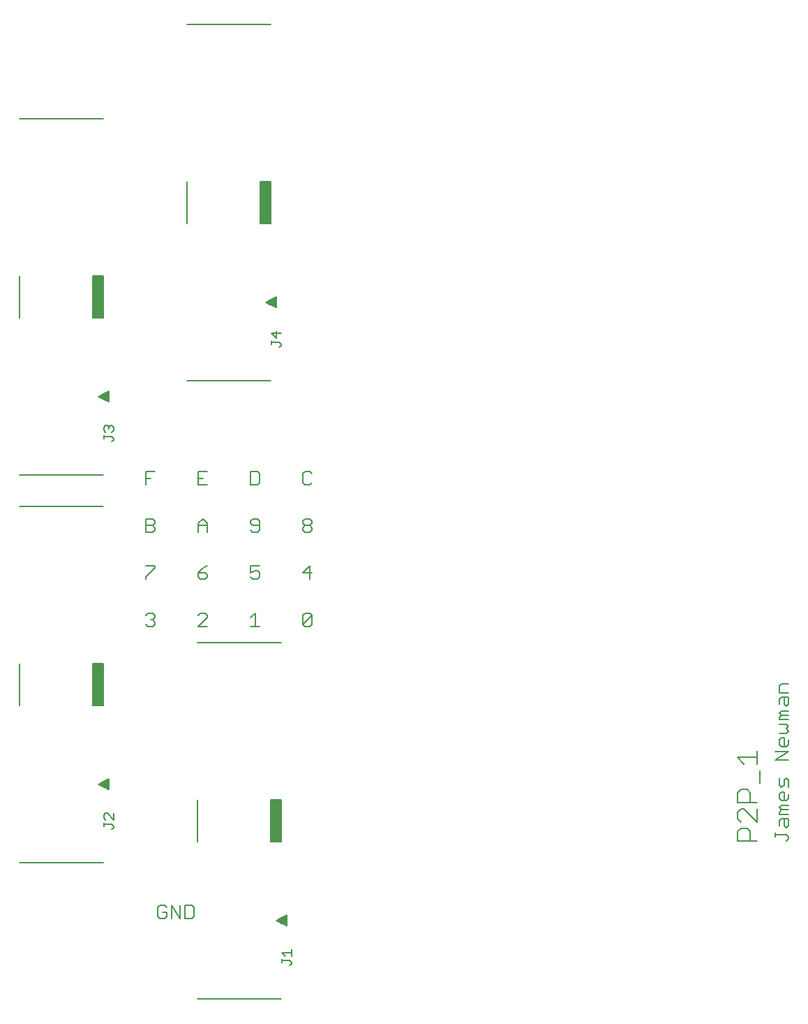
<source format=gto>
G04 Output by ViewMate Deluxe V11.0.9  PentaLogix LLC*
G04 Mon Nov 10 18:18:38 2014*
%FSLAX33Y33*%
%MOMM*%
%IPPOS*%
%ADD100C,0.127*%
%ADD107C,0.1524*%
%ADD108C,0.2032*%
%ADD109C,0.127*%

%LPD*%
X0Y0D2*D100*G1X34298Y11999D2*X34493Y12195D1*X34493Y12390*X34298Y12583*X33325Y12390D2*X33325Y12779D1*X34298Y12583D2*X33325Y12583D1*X34493Y13170D2*X34493Y13950D1*X34493Y13559D2*X33325Y13559D1*X33713Y13170*X12708Y28509D2*X12903Y28705D1*X12903Y28900*X12708Y29093*X11735Y29093*X11735Y29289D2*X11735Y28900D1*X11928Y29680D2*X11735Y29873D1*X11735Y30264*X11928Y30460*X12123Y30460*X12903Y29680*X12903Y30460*X12708Y75499D2*X12903Y75695D1*X12903Y75890*X12708Y76083*X11735Y76083*X11735Y76279D2*X11735Y75890D1*X11928Y76670D2*X11735Y76863D1*X11735Y77254*X11928Y77450*X12123Y77450*X12319Y77254*X12903Y77254D2*X12708Y77450D1*X12515Y77450*X12319Y77254*X12319Y77059*X12708Y76670D2*X12903Y76863D1*X12903Y77254*X33028Y86929D2*X33223Y87125D1*X33223Y87320*X33028Y87513*X32055Y87320D2*X32055Y87709D1*X33028Y87513D2*X32055Y87513D1*X33223Y88684D2*X32055Y88684D1*X32639Y88100*X32639Y88880*D107*X36703Y70244D2*X36975Y70515D1*X93165Y36886D2*X94793Y36886D1*X94793Y46157D2*X93980Y46157D1*X93708Y45885*X94521Y27064D2*X94793Y27335D1*X94793Y27607*X94521Y27876*X93165Y27876*X93165Y28148D2*X93165Y27607D1*X93708Y28971D2*X93708Y29515D1*X93980Y29787*X94793Y29787*X94249Y29787D2*X94249Y28971D1*X94521Y28702*X94793Y28971*X94793Y29787*X94793Y30338D2*X93708Y30338D1*X93708Y30610*X93980Y30881*X93980Y31422D2*X93708Y31151D1*X93980Y30881*X94793Y30881*X93980Y31422D2*X94793Y31422D1*X93980Y31976D2*X94521Y31976D1*X94793Y32245*X94793Y32789*X94249Y33061D2*X93980Y33061D1*X93708Y32789*X93708Y32245*X93980Y31976*X94249Y33061D2*X94249Y31976D1*X94793Y33612D2*X94793Y34425D1*X94521Y34696*X93708Y34696D2*X93708Y33884D1*X93980Y33612*X94249Y33884*X94249Y34425*X94521Y34696*X93980Y39609D2*X94249Y39609D1*X93165Y37970D2*X94793Y37970D1*X93165Y36886*X94249Y39609D2*X94249Y38524D1*X94793Y39337D2*X94793Y38796D1*X94521Y38524*X93980Y38524*X93708Y38796*X93708Y39337*X93980Y39609*X93708Y40160D2*X94521Y40160D1*X94793Y40432*X94521Y40704*X94793Y40975*X94521Y41245*X93708Y41245*X93980Y42883D2*X94793Y42883D1*X93980Y42339D2*X93708Y42070D1*X93708Y41798*X94793Y41798*X94793Y42339D2*X93980Y42339D1*X93708Y42611*X93980Y42883*X93708Y43706D2*X93708Y44249D1*X93980Y44521*X94793Y44521*X94249Y44521D2*X94249Y43706D1*X94521Y43434*X94793Y43706*X94793Y44521*X94793Y45072D2*X93708Y45072D1*X93708Y45885*X36975Y54455D2*X36703Y54727D1*X35890Y53370D2*X36162Y53099D1*X36703Y53099*X36975Y53370*X36975Y54455*X35890Y53370*X35890Y54455*X36162Y54727*X36703Y54727*X36703Y58814D2*X36703Y60442D1*X36975Y59626D2*X35890Y59626D1*X36703Y60442*X36703Y65342D2*X36975Y65072D1*X36975Y64800*X36703Y64529*X36162Y64529*X35890Y64800*X35890Y65072*X36162Y65342*X36162Y66157D2*X35890Y65885D1*X35890Y65613*X36162Y65342*X36703Y65342*X36975Y65613*X36975Y65885*X36703Y66157*X36162Y66157*X35890Y70515D2*X35890Y71600D1*X36162Y71872*X36703Y71872*X36975Y71600*X36703Y70244D2*X36162Y70244D1*X35890Y70515*X30353Y70244D2*X30625Y70515D1*X30625Y71600*X30353Y71872*X29540Y71872*X29540Y70244*X30353Y70244*X30353Y64529D2*X30625Y64800D1*X29812Y65342D2*X29540Y65613D1*X29540Y65885*X29812Y66157*X30353Y66157*X30625Y65885*X30625Y64800*X29812Y65342D2*X30625Y65342D1*X29540Y64800D2*X29812Y64529D1*X30353Y64529*X30625Y60442D2*X29540Y60442D1*X29540Y59626*X30084Y59898*X30353Y59898*X30625Y59626*X30625Y59085*X30353Y58814*X29812Y58814*X29540Y59085*X29540Y54183D2*X30084Y54727D1*X30084Y53099*X29540Y53099D2*X30625Y53099D1*X24275Y53099D2*X23190Y53099D1*X24275Y54183*X24275Y54455*X24003Y54727*X23462Y54727*X23190Y54455*X23190Y59626D2*X23190Y59085D1*X23462Y58814*X24003Y58814*X24275Y59085*X24275Y59357*X24003Y59626*X23190Y59626*X23734Y60170*X24275Y60442*X23190Y64529D2*X23190Y65613D1*X23734Y66157*X24275Y65342D2*X23190Y65342D1*X24275Y64529D2*X24275Y65613D1*X23734Y66157*X23190Y70244D2*X23190Y71872D1*X24275Y71872*X23190Y70244D2*X24275Y70244D1*X23190Y71056D2*X23734Y71056D1*X17384Y71056D2*X16840Y71056D1*X17925Y71872D2*X16840Y71872D1*X16840Y70244*X17653Y65342D2*X17925Y65613D1*X17925Y65885*X17653Y66157*X16840Y66157*X16840Y64529*X16840Y65342D2*X17653Y65342D1*X17925Y65072*X17925Y64800*X17653Y64529*X16840Y64529*X16840Y60442D2*X17925Y60442D1*X17925Y60170*X16840Y59085*X16840Y58814*X16840Y54455D2*X17112Y54727D1*X17653Y54727*X17925Y54455*X17925Y54183*X17653Y53912*X17653Y53099D2*X17925Y53370D1*X17925Y53642*X17653Y53912*X17384Y53912*X16840Y53370D2*X17112Y53099D1*X17653Y53099*X19916Y19294D2*X19916Y17666D1*X21552Y19294D2*X22367Y19294D1*X22636Y19022*X22636Y17937*X22367Y17666*X21552Y17666*X21552Y19294*X21001Y19294D2*X21001Y17666D1*X19916Y19294*X19362Y19022D2*X19093Y19294D1*X18550Y19294*X18278Y19022*X18278Y17937*X18821Y18478D2*X19362Y18478D1*X19362Y17937*X19093Y17666*X18550Y17666*X18278Y17937*D108*X91346Y35664D2*X91346Y34105D1*X90957Y30988D2*X90957Y29428D1*X89398Y30988*X89009Y28649D2*X88618Y28258D1*X88618Y27089*X90957Y27089*X90178Y27089D2*X90178Y28258D1*X89789Y28649*X89009Y28649*X89009Y29428D2*X88618Y29817D1*X88618Y30597*X89009Y30988*X89398Y30988*X90178Y32936D2*X89789Y33325D1*X89009Y33325*X88618Y32936*X88618Y31768*X90957Y31768*X90178Y32936D2*X90178Y31768D1*X89398Y36444D2*X88618Y37224D1*X90957Y37224*X90957Y38003D2*X90957Y36444D1*D109*X1524Y95568D2*X1524Y90488D1*X32004Y126048D2*X29464Y126048D1*X24384Y126048*X21844Y126048*X23114Y26988D2*X23114Y32068D1*X23114Y7938D2*X25654Y7938D1*X30734Y7938*X33274Y7938*X33909Y16894D2*X33779Y16894D1*X33533Y17015D2*X33909Y17015D1*X33909Y17140D2*X33287Y17140D1*X33040Y17262D2*X33909Y17262D1*X33909Y17386D2*X32794Y17386D1*X32730Y17508D2*X33909Y17508D1*X33909Y17633D2*X32977Y17633D1*X33223Y17755D2*X33909Y17755D1*X33909Y17879D2*X33470Y17879D1*X33909Y18001D2*X33716Y18001D1*X33909Y18098D2*X33909Y16828D1*X32639Y17462*X33909Y18098*X32004Y26995D2*X33274Y26995D1*X33274Y27117D2*X32004Y27117D1*X32004Y27242D2*X33274Y27242D1*X33274Y27363D2*X32004Y27363D1*X32004Y27488D2*X33274Y27488D1*X33274Y27610D2*X32004Y27610D1*X32004Y27734D2*X33274Y27734D1*X33274Y27856D2*X32004Y27856D1*X32004Y27981D2*X33274Y27981D1*X33274Y28103D2*X32004Y28103D1*X32004Y28227D2*X33274Y28227D1*X33274Y28349D2*X32004Y28349D1*X32004Y28473D2*X33274Y28473D1*X33274Y28595D2*X32004Y28595D1*X32004Y28720D2*X33274Y28720D1*X33274Y28842D2*X32004Y28842D1*X32004Y28966D2*X33274Y28966D1*X33274Y29088D2*X32004Y29088D1*X32004Y29213D2*X33274Y29213D1*X33274Y29334D2*X32004Y29334D1*X32004Y29459D2*X33274Y29459D1*X33274Y29581D2*X32004Y29581D1*X32004Y29705D2*X33274Y29705D1*X33274Y29827D2*X32004Y29827D1*X32004Y29952D2*X33274Y29952D1*X33274Y30074D2*X32004Y30074D1*X32004Y30198D2*X33274Y30198D1*X33274Y30320D2*X32004Y30320D1*X32004Y30444D2*X33274Y30444D1*X33274Y30566D2*X32004Y30566D1*X32004Y30691D2*X33274Y30691D1*X33274Y30813D2*X32004Y30813D1*X32004Y30937D2*X33274Y30937D1*X33274Y31059D2*X32004Y31059D1*X32004Y31184D2*X33274Y31184D1*X33274Y31306D2*X32004Y31306D1*X32004Y31430D2*X33274Y31430D1*X33274Y31552D2*X32004Y31552D1*X32004Y31676D2*X33274Y31676D1*X33274Y31798D2*X32004Y31798D1*X32004Y31923D2*X33274Y31923D1*X33274Y32045D2*X32004Y32045D1*X33274Y32068D2*X33274Y26988D1*X32004Y26988*X32004Y32068*X33274Y32068*X33274Y51118D2*X30734Y51118D1*X25654Y51118*X23114Y51118*X21844Y82868D2*X24384Y82868D1*X29464Y82868*X32004Y82868*X32570Y91793D2*X32639Y91793D1*X32639Y91915D2*X32324Y91915D1*X32078Y92039D2*X32639Y92039D1*X32639Y92161D2*X31831Y92161D1*X31585Y92286D2*X32639Y92286D1*X32639Y92408D2*X31399Y92408D1*X31646Y92532D2*X32639Y92532D1*X32639Y92654D2*X31892Y92654D1*X32139Y92779D2*X32639Y92779D1*X32639Y92900D2*X32385Y92900D1*X32639Y93025D2*X32631Y93025D1*X32639Y93028D2*X32639Y91758D1*X31369Y92392*X32639Y93028*X30734Y106944D2*X32004Y106944D1*X32004Y106822D2*X30734Y106822D1*X30734Y106698D2*X32004Y106698D1*X32004Y106576D2*X30734Y106576D1*X30734Y106451D2*X32004Y106451D1*X32004Y106329D2*X30734Y106329D1*X30734Y106205D2*X32004Y106205D1*X32004Y106083D2*X30734Y106083D1*X30734Y105959D2*X32004Y105959D1*X32004Y105837D2*X30734Y105837D1*X30734Y105712D2*X32004Y105712D1*X32004Y105590D2*X30734Y105590D1*X30734Y105466D2*X32004Y105466D1*X32004Y105344D2*X30734Y105344D1*X30734Y105220D2*X32004Y105220D1*X32004Y105098D2*X30734Y105098D1*X30734Y104973D2*X32004Y104973D1*X32004Y104851D2*X30734Y104851D1*X30734Y104727D2*X32004Y104727D1*X32004Y104605D2*X30734Y104605D1*X30734Y104480D2*X32004Y104480D1*X32004Y104358D2*X30734Y104358D1*X30734Y104234D2*X32004Y104234D1*X32004Y104112D2*X30734Y104112D1*X30734Y103988D2*X32004Y103988D1*X32004Y103866D2*X30734Y103866D1*X30734Y103741D2*X32004Y103741D1*X32004Y103619D2*X30734Y103619D1*X30734Y103495D2*X32004Y103495D1*X32004Y103373D2*X30734Y103373D1*X30734Y103248D2*X32004Y103248D1*X32004Y103127D2*X30734Y103127D1*X30734Y103002D2*X32004Y103002D1*X32004Y102880D2*X30734Y102880D1*X30734Y102756D2*X32004Y102756D1*X32004Y102634D2*X30734Y102634D1*X30734Y102509D2*X32004Y102509D1*X32004Y102387D2*X30734Y102387D1*X30734Y102263D2*X32004Y102263D1*X32004Y102141D2*X30734Y102141D1*X30734Y102017D2*X32004Y102017D1*X30734Y101918D2*X32004Y101918D1*X32004Y106998*X30734Y106998*X30734Y101918*X21844Y106998D2*X21844Y101918D1*X11684Y114618D2*X9144Y114618D1*X4064Y114618*X1524Y114618*X11684Y95489D2*X10414Y95489D1*X10414Y95364D2*X11684Y95364D1*X11684Y95242D2*X10414Y95242D1*X10414Y95118D2*X11684Y95118D1*X11684Y94996D2*X10414Y94996D1*X10414Y94872D2*X11684Y94872D1*X11684Y94750D2*X10414Y94750D1*X10414Y94625D2*X11684Y94625D1*X11684Y94503D2*X10414Y94503D1*X10414Y94379D2*X11684Y94379D1*X11684Y94257D2*X10414Y94257D1*X10414Y94132D2*X11684Y94132D1*X11684Y94010D2*X10414Y94010D1*X10414Y93886D2*X11684Y93886D1*X11684Y93764D2*X10414Y93764D1*X10414Y93640D2*X11684Y93640D1*X11684Y93518D2*X10414Y93518D1*X10414Y93393D2*X11684Y93393D1*X11684Y93271D2*X10414Y93271D1*X10414Y93147D2*X11684Y93147D1*X11684Y93025D2*X10414Y93025D1*X10414Y92900D2*X11684Y92900D1*X11684Y92779D2*X10414Y92779D1*X10414Y92654D2*X11684Y92654D1*X11684Y92532D2*X10414Y92532D1*X10414Y92408D2*X11684Y92408D1*X11684Y92286D2*X10414Y92286D1*X10414Y92161D2*X11684Y92161D1*X11684Y92039D2*X10414Y92039D1*X10414Y91915D2*X11684Y91915D1*X11684Y91793D2*X10414Y91793D1*X10414Y91669D2*X11684Y91669D1*X11684Y91547D2*X10414Y91547D1*X10414Y91422D2*X11684Y91422D1*X11684Y91300D2*X10414Y91300D1*X10414Y91176D2*X11684Y91176D1*X11684Y91054D2*X10414Y91054D1*X10414Y90929D2*X11684Y90929D1*X11684Y90808D2*X10414Y90808D1*X10414Y90683D2*X11684Y90683D1*X11684Y90561D2*X10414Y90561D1*X11684Y90488D2*X11684Y95568D1*X10414Y95568*X10414Y90488*X11684Y90488*X12258Y81567D2*X12319Y81567D1*X12319Y81445D2*X12012Y81445D1*X11765Y81321D2*X12319Y81321D1*X12319Y81199D2*X11519Y81199D1*X12304Y80335D2*X12319Y80335D1*X12319Y80460D2*X12057Y80460D1*X11811Y80582D2*X12319Y80582D1*X12319Y80706D2*X11565Y80706D1*X11318Y80828D2*X12319Y80828D1*X12319Y81074D2*X11273Y81074D1*X11072Y80952D2*X12319Y80952D1*X11049Y80962D2*X12319Y80328D1*X12319Y81598*X11049Y80962*X1524Y71438D2*X4064Y71438D1*X9144Y71438*X11684Y71438*X11684Y67628D2*X9144Y67628D1*X4064Y67628*X1524Y67628*X1524Y48578D2*X1524Y43498D1*X10414Y48552D2*X11684Y48552D1*X11684Y48430D2*X10414Y48430D1*X10414Y48306D2*X11684Y48306D1*X11684Y48184D2*X10414Y48184D1*X10414Y48059D2*X11684Y48059D1*X11684Y47937D2*X10414Y47937D1*X10414Y47813D2*X11684Y47813D1*X11684Y47691D2*X10414Y47691D1*X10414Y47567D2*X11684Y47567D1*X11684Y47445D2*X10414Y47445D1*X10414Y47320D2*X11684Y47320D1*X11684Y47198D2*X10414Y47198D1*X10414Y47074D2*X11684Y47074D1*X11684Y46952D2*X10414Y46952D1*X10414Y46827D2*X11684Y46827D1*X11684Y46706D2*X10414Y46706D1*X10414Y46581D2*X11684Y46581D1*X11684Y46459D2*X10414Y46459D1*X10414Y46335D2*X11684Y46335D1*X11684Y46213D2*X10414Y46213D1*X10414Y46088D2*X11684Y46088D1*X11684Y45966D2*X10414Y45966D1*X10414Y45842D2*X11684Y45842D1*X11684Y45720D2*X10414Y45720D1*X10414Y45596D2*X11684Y45596D1*X11684Y45474D2*X10414Y45474D1*X10414Y45349D2*X11684Y45349D1*X11684Y45227D2*X10414Y45227D1*X10414Y45103D2*X11684Y45103D1*X11684Y44981D2*X10414Y44981D1*X10414Y44856D2*X11684Y44856D1*X11684Y44734D2*X10414Y44734D1*X10414Y44610D2*X11684Y44610D1*X11684Y44488D2*X10414Y44488D1*X10414Y44364D2*X11684Y44364D1*X11684Y44242D2*X10414Y44242D1*X10414Y44117D2*X11684Y44117D1*X11684Y43995D2*X10414Y43995D1*X10414Y43871D2*X11684Y43871D1*X11684Y43749D2*X10414Y43749D1*X10414Y43624D2*X11684Y43624D1*X11684Y43503D2*X10414Y43503D1*X11684Y43498D2*X11684Y48578D1*X10414Y48578*X10414Y43498*X11684Y43498*X12319Y34508D2*X12121Y34508D1*X11874Y34387D2*X12319Y34387D1*X12319Y34262D2*X11628Y34262D1*X11382Y34140D2*X12319Y34140D1*X12319Y34016D2*X11135Y34016D1*X11209Y33894D2*X12319Y33894D1*X12319Y33769D2*X11455Y33769D1*X11702Y33647D2*X12319Y33647D1*X12319Y33523D2*X11948Y33523D1*X12319Y33401D2*X12195Y33401D1*X12319Y33338D2*X11049Y33972D1*X12319Y34608*X12319Y33338*X11684Y24448D2*X9144Y24448D1*X4064Y24448*X1524Y24448*X0Y0D2*M02*
</source>
